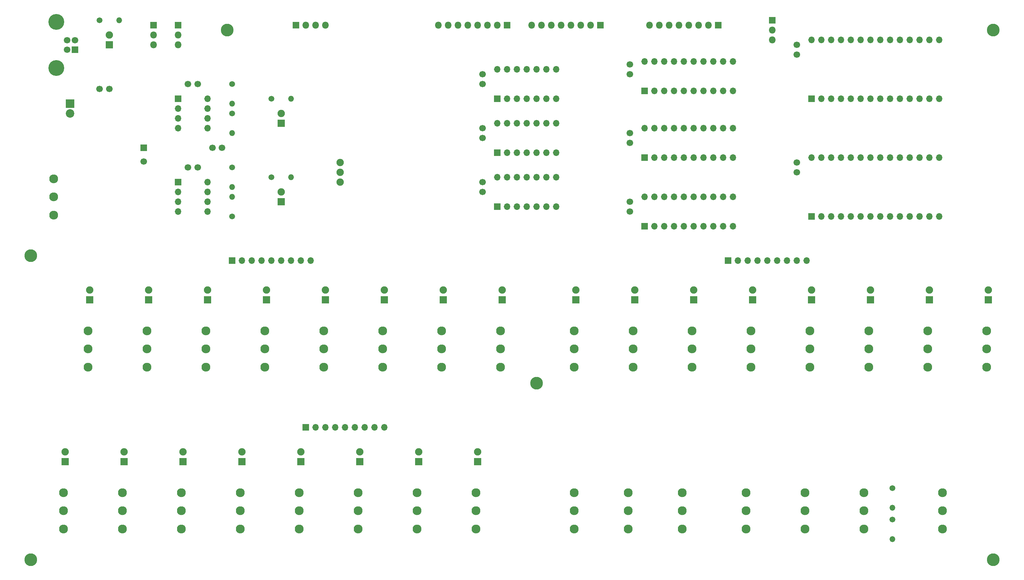
<source format=gbr>
%TF.GenerationSoftware,KiCad,Pcbnew,5.1.6-c6e7f7d~87~ubuntu16.04.1*%
%TF.CreationDate,2022-03-08T12:53:22-05:00*%
%TF.ProjectId,risc_memory_fp,72697363-5f6d-4656-9d6f-72795f66702e,rev?*%
%TF.SameCoordinates,Original*%
%TF.FileFunction,Soldermask,Bot*%
%TF.FilePolarity,Negative*%
%FSLAX46Y46*%
G04 Gerber Fmt 4.6, Leading zero omitted, Abs format (unit mm)*
G04 Created by KiCad (PCBNEW 5.1.6-c6e7f7d~87~ubuntu16.04.1) date 2022-03-08 12:53:22*
%MOMM*%
%LPD*%
G01*
G04 APERTURE LIST*
%ADD10C,3.300000*%
%ADD11C,1.700000*%
%ADD12O,1.500000X1.500000*%
%ADD13C,1.500000*%
%ADD14C,1.900000*%
%ADD15R,1.900000X1.900000*%
%ADD16O,1.700000X1.700000*%
%ADD17R,1.700000X1.700000*%
%ADD18C,2.300000*%
%ADD19O,1.800000X1.800000*%
%ADD20R,1.800000X1.800000*%
%ADD21C,4.100000*%
%ADD22C,2.200000*%
%ADD23R,2.200000X2.200000*%
G04 APERTURE END LIST*
D10*
%TO.C,REF6*%
X55880000Y-6350000D03*
%TD*%
D11*
%TO.C,C13*%
X22900000Y-21590000D03*
X25400000Y-21590000D03*
%TD*%
D10*
%TO.C,REF5*%
X135890000Y-97790000D03*
%TD*%
%TO.C,REF4*%
X5080000Y-64770000D03*
%TD*%
%TO.C,REF3*%
X5080000Y-143510000D03*
%TD*%
%TO.C,REF2*%
X254000000Y-143510000D03*
%TD*%
%TO.C,REF1*%
X254000000Y-6350000D03*
%TD*%
D12*
%TO.C,R9*%
X27940000Y-3810000D03*
D13*
X22860000Y-3810000D03*
%TD*%
D12*
%TO.C,R8*%
X72390000Y-24130000D03*
D13*
X67310000Y-24130000D03*
%TD*%
D12*
%TO.C,R7*%
X72390000Y-44450000D03*
D13*
X67310000Y-44450000D03*
%TD*%
D14*
%TO.C,D27*%
X25400000Y-7620000D03*
D15*
X25400000Y-10160000D03*
%TD*%
D14*
%TO.C,D26*%
X69850000Y-48260000D03*
D15*
X69850000Y-50800000D03*
%TD*%
D14*
%TO.C,D25*%
X69850000Y-27940000D03*
D15*
X69850000Y-30480000D03*
%TD*%
D16*
%TO.C,U10*%
X50800000Y-45720000D03*
X43180000Y-53340000D03*
X50800000Y-48260000D03*
X43180000Y-50800000D03*
X50800000Y-50800000D03*
X43180000Y-48260000D03*
X50800000Y-53340000D03*
D17*
X43180000Y-45720000D03*
%TD*%
D16*
%TO.C,U9*%
X50800000Y-24130000D03*
X43180000Y-31750000D03*
X50800000Y-26670000D03*
X43180000Y-29210000D03*
X50800000Y-29210000D03*
X43180000Y-26670000D03*
X50800000Y-31750000D03*
D17*
X43180000Y-24130000D03*
%TD*%
D16*
%TO.C,U8*%
X163800000Y-49530000D03*
X186660000Y-57150000D03*
X166340000Y-49530000D03*
X184120000Y-57150000D03*
X168880000Y-49530000D03*
X181580000Y-57150000D03*
X171420000Y-49530000D03*
X179040000Y-57150000D03*
X173960000Y-49530000D03*
X176500000Y-57150000D03*
X176500000Y-49530000D03*
X173960000Y-57150000D03*
X179040000Y-49530000D03*
X171420000Y-57150000D03*
X181580000Y-49530000D03*
X168880000Y-57150000D03*
X184120000Y-49530000D03*
X166340000Y-57150000D03*
X186660000Y-49530000D03*
D17*
X163800000Y-57150000D03*
%TD*%
D16*
%TO.C,U7*%
X163800000Y-31750000D03*
X186660000Y-39370000D03*
X166340000Y-31750000D03*
X184120000Y-39370000D03*
X168880000Y-31750000D03*
X181580000Y-39370000D03*
X171420000Y-31750000D03*
X179040000Y-39370000D03*
X173960000Y-31750000D03*
X176500000Y-39370000D03*
X176500000Y-31750000D03*
X173960000Y-39370000D03*
X179040000Y-31750000D03*
X171420000Y-39370000D03*
X181580000Y-31750000D03*
X168880000Y-39370000D03*
X184120000Y-31750000D03*
X166340000Y-39370000D03*
X186660000Y-31750000D03*
D17*
X163800000Y-39370000D03*
%TD*%
D16*
%TO.C,U6*%
X163800000Y-14480000D03*
X186660000Y-22100000D03*
X166340000Y-14480000D03*
X184120000Y-22100000D03*
X168880000Y-14480000D03*
X181580000Y-22100000D03*
X171420000Y-14480000D03*
X179040000Y-22100000D03*
X173960000Y-14480000D03*
X176500000Y-22100000D03*
X176500000Y-14480000D03*
X173960000Y-22100000D03*
X179040000Y-14480000D03*
X171420000Y-22100000D03*
X181580000Y-14480000D03*
X168880000Y-22100000D03*
X184120000Y-14480000D03*
X166340000Y-22100000D03*
X186660000Y-14480000D03*
D17*
X163800000Y-22100000D03*
%TD*%
D16*
%TO.C,U5*%
X125730000Y-44450000D03*
X140970000Y-52070000D03*
X128270000Y-44450000D03*
X138430000Y-52070000D03*
X130810000Y-44450000D03*
X135890000Y-52070000D03*
X133350000Y-44450000D03*
X133350000Y-52070000D03*
X135890000Y-44450000D03*
X130810000Y-52070000D03*
X138430000Y-44450000D03*
X128270000Y-52070000D03*
X140970000Y-44450000D03*
D17*
X125730000Y-52070000D03*
%TD*%
D16*
%TO.C,U4*%
X125730000Y-30480000D03*
X140970000Y-38100000D03*
X128270000Y-30480000D03*
X138430000Y-38100000D03*
X130810000Y-30480000D03*
X135890000Y-38100000D03*
X133350000Y-30480000D03*
X133350000Y-38100000D03*
X135890000Y-30480000D03*
X130810000Y-38100000D03*
X138430000Y-30480000D03*
X128270000Y-38100000D03*
X140970000Y-30480000D03*
D17*
X125730000Y-38100000D03*
%TD*%
D16*
%TO.C,U3*%
X125730000Y-16510000D03*
X140970000Y-24130000D03*
X128270000Y-16510000D03*
X138430000Y-24130000D03*
X130810000Y-16510000D03*
X135890000Y-24130000D03*
X133350000Y-16510000D03*
X133350000Y-24130000D03*
X135890000Y-16510000D03*
X130810000Y-24130000D03*
X138430000Y-16510000D03*
X128270000Y-24130000D03*
X140970000Y-16510000D03*
D17*
X125730000Y-24130000D03*
%TD*%
D16*
%TO.C,U2*%
X207010000Y-39370000D03*
X240030000Y-54610000D03*
X209550000Y-39370000D03*
X237490000Y-54610000D03*
X212090000Y-39370000D03*
X234950000Y-54610000D03*
X214630000Y-39370000D03*
X232410000Y-54610000D03*
X217170000Y-39370000D03*
X229870000Y-54610000D03*
X219710000Y-39370000D03*
X227330000Y-54610000D03*
X222250000Y-39370000D03*
X224790000Y-54610000D03*
X224790000Y-39370000D03*
X222250000Y-54610000D03*
X227330000Y-39370000D03*
X219710000Y-54610000D03*
X229870000Y-39370000D03*
X217170000Y-54610000D03*
X232410000Y-39370000D03*
X214630000Y-54610000D03*
X234950000Y-39370000D03*
X212090000Y-54610000D03*
X237490000Y-39370000D03*
X209550000Y-54610000D03*
X240030000Y-39370000D03*
D17*
X207010000Y-54610000D03*
%TD*%
D16*
%TO.C,U1*%
X207010000Y-8890000D03*
X240030000Y-24130000D03*
X209550000Y-8890000D03*
X237490000Y-24130000D03*
X212090000Y-8890000D03*
X234950000Y-24130000D03*
X214630000Y-8890000D03*
X232410000Y-24130000D03*
X217170000Y-8890000D03*
X229870000Y-24130000D03*
X219710000Y-8890000D03*
X227330000Y-24130000D03*
X222250000Y-8890000D03*
X224790000Y-24130000D03*
X224790000Y-8890000D03*
X222250000Y-24130000D03*
X227330000Y-8890000D03*
X219710000Y-24130000D03*
X229870000Y-8890000D03*
X217170000Y-24130000D03*
X232410000Y-8890000D03*
X214630000Y-24130000D03*
X234950000Y-8890000D03*
X212090000Y-24130000D03*
X237490000Y-8890000D03*
X209550000Y-24130000D03*
X240030000Y-8890000D03*
D17*
X207010000Y-24130000D03*
%TD*%
D18*
%TO.C,SW32*%
X11020000Y-54230000D03*
X11020000Y-49530000D03*
X11020000Y-44830000D03*
%TD*%
%TO.C,SW31*%
X240890000Y-135510000D03*
X240890000Y-130810000D03*
X240890000Y-126110000D03*
%TD*%
%TO.C,SW30*%
X205330000Y-135510000D03*
X205330000Y-130810000D03*
X205330000Y-126110000D03*
%TD*%
%TO.C,SW29*%
X190090000Y-135510000D03*
X190090000Y-130810000D03*
X190090000Y-126110000D03*
%TD*%
%TO.C,SW28*%
X220570000Y-135510000D03*
X220570000Y-130810000D03*
X220570000Y-126110000D03*
%TD*%
%TO.C,SW27*%
X173580000Y-135510000D03*
X173580000Y-130810000D03*
X173580000Y-126110000D03*
%TD*%
%TO.C,SW26*%
X159610000Y-135510000D03*
X159610000Y-130810000D03*
X159610000Y-126110000D03*
%TD*%
%TO.C,SW25*%
X145640000Y-135510000D03*
X145640000Y-130810000D03*
X145640000Y-126110000D03*
%TD*%
%TO.C,SW24*%
X13560000Y-135510000D03*
X13560000Y-130810000D03*
X13560000Y-126110000D03*
%TD*%
%TO.C,SW23*%
X28800000Y-135510000D03*
X28800000Y-130810000D03*
X28800000Y-126110000D03*
%TD*%
%TO.C,SW22*%
X44040000Y-135510000D03*
X44040000Y-130810000D03*
X44040000Y-126110000D03*
%TD*%
%TO.C,SW21*%
X59280000Y-135510000D03*
X59280000Y-130810000D03*
X59280000Y-126110000D03*
%TD*%
%TO.C,SW20*%
X74520000Y-135510000D03*
X74520000Y-130810000D03*
X74520000Y-126110000D03*
%TD*%
%TO.C,SW19*%
X89760000Y-135510000D03*
X89760000Y-130810000D03*
X89760000Y-126110000D03*
%TD*%
%TO.C,SW18*%
X105000000Y-135510000D03*
X105000000Y-130810000D03*
X105000000Y-126110000D03*
%TD*%
%TO.C,SW17*%
X120240000Y-135510000D03*
X120240000Y-130810000D03*
X120240000Y-126110000D03*
%TD*%
%TO.C,SW16*%
X19910000Y-93600000D03*
X19910000Y-88900000D03*
X19910000Y-84200000D03*
%TD*%
%TO.C,SW15*%
X35150000Y-93600000D03*
X35150000Y-88900000D03*
X35150000Y-84200000D03*
%TD*%
%TO.C,SW14*%
X50390000Y-93600000D03*
X50390000Y-88900000D03*
X50390000Y-84200000D03*
%TD*%
%TO.C,SW13*%
X65630000Y-93600000D03*
X65630000Y-88900000D03*
X65630000Y-84200000D03*
%TD*%
%TO.C,SW12*%
X80870000Y-93600000D03*
X80870000Y-88900000D03*
X80870000Y-84200000D03*
%TD*%
%TO.C,SW11*%
X96110000Y-93600000D03*
X96110000Y-88900000D03*
X96110000Y-84200000D03*
%TD*%
%TO.C,SW10*%
X111350000Y-93600000D03*
X111350000Y-88900000D03*
X111350000Y-84200000D03*
%TD*%
%TO.C,SW9*%
X126590000Y-93600000D03*
X126590000Y-88900000D03*
X126590000Y-84200000D03*
%TD*%
%TO.C,SW8*%
X145640000Y-93600000D03*
X145640000Y-88900000D03*
X145640000Y-84200000D03*
%TD*%
%TO.C,SW7*%
X160880000Y-93600000D03*
X160880000Y-88900000D03*
X160880000Y-84200000D03*
%TD*%
%TO.C,SW6*%
X176120000Y-93600000D03*
X176120000Y-88900000D03*
X176120000Y-84200000D03*
%TD*%
%TO.C,SW5*%
X191360000Y-93600000D03*
X191360000Y-88900000D03*
X191360000Y-84200000D03*
%TD*%
%TO.C,SW4*%
X206600000Y-93600000D03*
X206600000Y-88900000D03*
X206600000Y-84200000D03*
%TD*%
%TO.C,SW3*%
X221840000Y-93600000D03*
X221840000Y-88900000D03*
X221840000Y-84200000D03*
%TD*%
%TO.C,SW2*%
X237080000Y-93600000D03*
X237080000Y-88900000D03*
X237080000Y-84200000D03*
%TD*%
%TO.C,SW1*%
X252320000Y-93600000D03*
X252320000Y-88900000D03*
X252320000Y-84200000D03*
%TD*%
D14*
%TO.C,RV1*%
X85090000Y-45720000D03*
X85090000Y-43180000D03*
X85090000Y-40640000D03*
%TD*%
D16*
%TO.C,RN3*%
X96520000Y-109220000D03*
X93980000Y-109220000D03*
X91440000Y-109220000D03*
X88900000Y-109220000D03*
X86360000Y-109220000D03*
X83820000Y-109220000D03*
X81280000Y-109220000D03*
X78740000Y-109220000D03*
D17*
X76200000Y-109220000D03*
%TD*%
D16*
%TO.C,RN2*%
X77470000Y-66040000D03*
X74930000Y-66040000D03*
X72390000Y-66040000D03*
X69850000Y-66040000D03*
X67310000Y-66040000D03*
X64770000Y-66040000D03*
X62230000Y-66040000D03*
X59690000Y-66040000D03*
D17*
X57150000Y-66040000D03*
%TD*%
D16*
%TO.C,RN1*%
X205740000Y-66040000D03*
X203200000Y-66040000D03*
X200660000Y-66040000D03*
X198120000Y-66040000D03*
X195580000Y-66040000D03*
X193040000Y-66040000D03*
X190500000Y-66040000D03*
X187960000Y-66040000D03*
D17*
X185420000Y-66040000D03*
%TD*%
D12*
%TO.C,R6*%
X57150000Y-49530000D03*
D13*
X57150000Y-54610000D03*
%TD*%
D12*
%TO.C,R5*%
X57150000Y-46990000D03*
D13*
X57150000Y-41910000D03*
%TD*%
D12*
%TO.C,R4*%
X57150000Y-33020000D03*
D13*
X57150000Y-27940000D03*
%TD*%
D12*
%TO.C,R3*%
X57150000Y-25400000D03*
D13*
X57150000Y-20320000D03*
%TD*%
D12*
%TO.C,R2*%
X227950000Y-130030000D03*
D13*
X227950000Y-124950000D03*
%TD*%
D12*
%TO.C,R1*%
X227950000Y-138160000D03*
D13*
X227950000Y-133080000D03*
%TD*%
D19*
%TO.C,JP1*%
X196850000Y-8890000D03*
X196850000Y-6350000D03*
D20*
X196850000Y-3810000D03*
%TD*%
D21*
%TO.C,J8*%
X11650000Y-16180000D03*
X11650000Y-4180000D03*
D11*
X14510000Y-11430000D03*
X14510000Y-8930000D03*
X16510000Y-8930000D03*
D17*
X16510000Y-11430000D03*
%TD*%
D22*
%TO.C,J7*%
X15240000Y-27940000D03*
D23*
X15240000Y-25400000D03*
%TD*%
D19*
%TO.C,J6*%
X81280000Y-5080000D03*
X78740000Y-5080000D03*
X76200000Y-5080000D03*
D20*
X73660000Y-5080000D03*
%TD*%
D19*
%TO.C,J5*%
X165100000Y-5080000D03*
X167640000Y-5080000D03*
X170180000Y-5080000D03*
X172720000Y-5080000D03*
X175260000Y-5080000D03*
X177800000Y-5080000D03*
X180340000Y-5080000D03*
D20*
X182880000Y-5080000D03*
%TD*%
D19*
%TO.C,J4*%
X110490000Y-5080000D03*
X113030000Y-5080000D03*
X115570000Y-5080000D03*
X118110000Y-5080000D03*
X120650000Y-5080000D03*
X123190000Y-5080000D03*
X125730000Y-5080000D03*
D20*
X128270000Y-5080000D03*
%TD*%
D19*
%TO.C,J3*%
X134620000Y-5080000D03*
X137160000Y-5080000D03*
X139700000Y-5080000D03*
X142240000Y-5080000D03*
X144780000Y-5080000D03*
X147320000Y-5080000D03*
X149860000Y-5080000D03*
D20*
X152400000Y-5080000D03*
%TD*%
D19*
%TO.C,J2*%
X43180000Y-10160000D03*
X43180000Y-7620000D03*
D20*
X43180000Y-5080000D03*
%TD*%
D19*
%TO.C,J1*%
X36830000Y-10160000D03*
X36830000Y-7620000D03*
D20*
X36830000Y-5080000D03*
%TD*%
D14*
%TO.C,D24*%
X13970000Y-115570000D03*
D15*
X13970000Y-118110000D03*
%TD*%
D14*
%TO.C,D23*%
X29210000Y-115570000D03*
D15*
X29210000Y-118110000D03*
%TD*%
D14*
%TO.C,D22*%
X44450000Y-115570000D03*
D15*
X44450000Y-118110000D03*
%TD*%
D14*
%TO.C,D21*%
X59690000Y-115570000D03*
D15*
X59690000Y-118110000D03*
%TD*%
D14*
%TO.C,D20*%
X74930000Y-115570000D03*
D15*
X74930000Y-118110000D03*
%TD*%
D14*
%TO.C,D19*%
X90170000Y-115570000D03*
D15*
X90170000Y-118110000D03*
%TD*%
D14*
%TO.C,D18*%
X105410000Y-115570000D03*
D15*
X105410000Y-118110000D03*
%TD*%
D14*
%TO.C,D17*%
X120650000Y-115570000D03*
D15*
X120650000Y-118110000D03*
%TD*%
D14*
%TO.C,D16*%
X20320000Y-73660000D03*
D15*
X20320000Y-76200000D03*
%TD*%
D14*
%TO.C,D15*%
X35560000Y-73660000D03*
D15*
X35560000Y-76200000D03*
%TD*%
D14*
%TO.C,D14*%
X50800000Y-73660000D03*
D15*
X50800000Y-76200000D03*
%TD*%
D14*
%TO.C,D13*%
X66040000Y-73660000D03*
D15*
X66040000Y-76200000D03*
%TD*%
D14*
%TO.C,D12*%
X81280000Y-73660000D03*
D15*
X81280000Y-76200000D03*
%TD*%
D14*
%TO.C,D11*%
X96520000Y-73660000D03*
D15*
X96520000Y-76200000D03*
%TD*%
D14*
%TO.C,D10*%
X111760000Y-73660000D03*
D15*
X111760000Y-76200000D03*
%TD*%
D14*
%TO.C,D9*%
X127000000Y-73660000D03*
D15*
X127000000Y-76200000D03*
%TD*%
D14*
%TO.C,D8*%
X146050000Y-73660000D03*
D15*
X146050000Y-76200000D03*
%TD*%
D14*
%TO.C,D7*%
X161290000Y-73660000D03*
D15*
X161290000Y-76200000D03*
%TD*%
D14*
%TO.C,D6*%
X176530000Y-73660000D03*
D15*
X176530000Y-76200000D03*
%TD*%
D14*
%TO.C,D5*%
X191770000Y-73660000D03*
D15*
X191770000Y-76200000D03*
%TD*%
D14*
%TO.C,D4*%
X207010000Y-73660000D03*
D15*
X207010000Y-76200000D03*
%TD*%
D14*
%TO.C,D3*%
X222250000Y-73660000D03*
D15*
X222250000Y-76200000D03*
%TD*%
D14*
%TO.C,D2*%
X237490000Y-73660000D03*
D15*
X237490000Y-76200000D03*
%TD*%
D14*
%TO.C,D1*%
X252730000Y-73660000D03*
D15*
X252730000Y-76200000D03*
%TD*%
D11*
%TO.C,C12*%
X34290000Y-40330000D03*
D17*
X34290000Y-36830000D03*
%TD*%
D11*
%TO.C,C11*%
X45760000Y-41910000D03*
X48260000Y-41910000D03*
%TD*%
%TO.C,C10*%
X45760000Y-20320000D03*
X48260000Y-20320000D03*
%TD*%
%TO.C,C9*%
X54570000Y-36830000D03*
X52070000Y-36830000D03*
%TD*%
%TO.C,C8*%
X160020000Y-53300000D03*
X160020000Y-50800000D03*
%TD*%
%TO.C,C7*%
X160020000Y-35520000D03*
X160020000Y-33020000D03*
%TD*%
%TO.C,C6*%
X160020000Y-17740000D03*
X160020000Y-15240000D03*
%TD*%
%TO.C,C5*%
X121920000Y-48220000D03*
X121920000Y-45720000D03*
%TD*%
%TO.C,C4*%
X121920000Y-34250000D03*
X121920000Y-31750000D03*
%TD*%
%TO.C,C3*%
X121920000Y-20280000D03*
X121920000Y-17780000D03*
%TD*%
%TO.C,C2*%
X203200000Y-43140000D03*
X203200000Y-40640000D03*
%TD*%
%TO.C,C1*%
X203200000Y-12660000D03*
X203200000Y-10160000D03*
%TD*%
M02*

</source>
